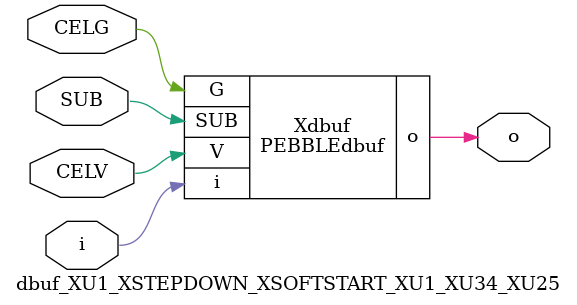
<source format=v>



module PEBBLEdbuf ( o, G, SUB, V, i );

  input V;
  input i;
  input G;
  output o;
  input SUB;
endmodule

//Celera Confidential Do Not Copy dbuf_XU1_XSTEPDOWN_XSOFTSTART_XU1_XU34_XU25
//Celera Confidential Symbol Generator
//Digital Buffer
module dbuf_XU1_XSTEPDOWN_XSOFTSTART_XU1_XU34_XU25 (CELV,CELG,i,o,SUB);
input CELV;
input CELG;
input i;
input SUB;
output o;

//Celera Confidential Do Not Copy dbuf
PEBBLEdbuf Xdbuf(
.V (CELV),
.i (i),
.o (o),
.SUB (SUB),
.G (CELG)
);
//,diesize,PEBBLEdbuf

//Celera Confidential Do Not Copy Module End
//Celera Schematic Generator
endmodule

</source>
